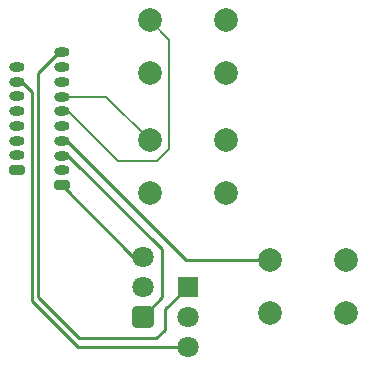
<source format=gbr>
%TF.GenerationSoftware,KiCad,Pcbnew,7.0.9*%
%TF.CreationDate,2023-12-18T23:10:00+09:00*%
%TF.ProjectId,ipad_osd_control,69706164-5f6f-4736-945f-636f6e74726f,1*%
%TF.SameCoordinates,Original*%
%TF.FileFunction,Copper,L1,Top*%
%TF.FilePolarity,Positive*%
%FSLAX46Y46*%
G04 Gerber Fmt 4.6, Leading zero omitted, Abs format (unit mm)*
G04 Created by KiCad (PCBNEW 7.0.9) date 2023-12-18 23:10:01*
%MOMM*%
%LPD*%
G01*
G04 APERTURE LIST*
G04 Aperture macros list*
%AMRoundRect*
0 Rectangle with rounded corners*
0 $1 Rounding radius*
0 $2 $3 $4 $5 $6 $7 $8 $9 X,Y pos of 4 corners*
0 Add a 4 corners polygon primitive as box body*
4,1,4,$2,$3,$4,$5,$6,$7,$8,$9,$2,$3,0*
0 Add four circle primitives for the rounded corners*
1,1,$1+$1,$2,$3*
1,1,$1+$1,$4,$5*
1,1,$1+$1,$6,$7*
1,1,$1+$1,$8,$9*
0 Add four rect primitives between the rounded corners*
20,1,$1+$1,$2,$3,$4,$5,0*
20,1,$1+$1,$4,$5,$6,$7,0*
20,1,$1+$1,$6,$7,$8,$9,0*
20,1,$1+$1,$8,$9,$2,$3,0*%
G04 Aperture macros list end*
%TA.AperFunction,ComponentPad*%
%ADD10C,2.000000*%
%TD*%
%TA.AperFunction,ComponentPad*%
%ADD11C,1.800000*%
%TD*%
%TA.AperFunction,ComponentPad*%
%ADD12R,1.800000X1.800000*%
%TD*%
%TA.AperFunction,ComponentPad*%
%ADD13O,1.300000X0.800000*%
%TD*%
%TA.AperFunction,ComponentPad*%
%ADD14RoundRect,0.200000X0.450000X-0.200000X0.450000X0.200000X-0.450000X0.200000X-0.450000X-0.200000X0*%
%TD*%
%TA.AperFunction,ComponentPad*%
%ADD15RoundRect,0.248400X0.651600X-0.651600X0.651600X0.651600X-0.651600X0.651600X-0.651600X-0.651600X0*%
%TD*%
%TA.AperFunction,Conductor*%
%ADD16C,0.250000*%
%TD*%
%TA.AperFunction,Conductor*%
%ADD17C,0.200000*%
%TD*%
G04 APERTURE END LIST*
D10*
%TO.P,SW2,2,2*%
%TO.N,/GND*%
X131520000Y-83530000D03*
X125020000Y-83530000D03*
%TO.P,SW2,1,1*%
%TO.N,/VOL+*%
X131520000Y-79030000D03*
X125020000Y-79030000D03*
%TD*%
%TO.P,SW3,1,1*%
%TO.N,/VOL-*%
X125020000Y-89190000D03*
X131520000Y-89190000D03*
%TO.P,SW3,2,2*%
%TO.N,/GND*%
X125020000Y-93690000D03*
X131520000Y-93690000D03*
%TD*%
%TO.P,SW1,1,1*%
%TO.N,/PWR*%
X135180000Y-99350000D03*
X141680000Y-99350000D03*
%TO.P,SW1,2,2*%
%TO.N,/GND*%
X135180000Y-103850000D03*
X141680000Y-103850000D03*
%TD*%
D11*
%TO.P,D1,3,A2*%
%TO.N,/LED_G*%
X128270000Y-106680000D03*
%TO.P,D1,2,K*%
%TO.N,/GND*%
X128270000Y-104140000D03*
D12*
%TO.P,D1,1,A1*%
%TO.N,/LED_R*%
X128270000Y-101600000D03*
%TD*%
D13*
%TO.P,J2,10,Pin_10*%
%TO.N,/LED_R*%
X117576600Y-81756900D03*
%TO.P,J2,9,Pin_9*%
%TO.N,/LED_G*%
X117576600Y-83006900D03*
%TO.P,J2,8,Pin_8*%
%TO.N,unconnected-(J2-Pin_8-Pad8)*%
X117576600Y-84256900D03*
%TO.P,J2,7,Pin_7*%
%TO.N,/VOL-*%
X117576600Y-85506900D03*
%TO.P,J2,6,Pin_6*%
%TO.N,/VOL+*%
X117576600Y-86756900D03*
%TO.P,J2,5,Pin_5*%
%TO.N,unconnected-(J2-Pin_5-Pad5)*%
X117576600Y-88006900D03*
%TO.P,J2,4,Pin_4*%
%TO.N,/PWR*%
X117576600Y-89256900D03*
%TO.P,J2,3,Pin_3*%
%TO.N,/IR*%
X117576600Y-90506900D03*
%TO.P,J2,2,Pin_2*%
%TO.N,/GND*%
X117576600Y-91756900D03*
D14*
%TO.P,J2,1,Pin_1*%
%TO.N,/VCC*%
X117576600Y-93006900D03*
%TD*%
D15*
%TO.P,U1,1,OUT*%
%TO.N,/IR*%
X124460000Y-104140000D03*
D11*
%TO.P,U1,2,GND*%
%TO.N,/GND*%
X124460000Y-101600000D03*
%TO.P,U1,3,Vs*%
%TO.N,/VCC*%
X124460000Y-99060000D03*
%TD*%
D14*
%TO.P,J1,1,Pin_1*%
%TO.N,/VCC*%
X113766600Y-91736900D03*
D13*
%TO.P,J1,2,Pin_2*%
%TO.N,/GND*%
X113766600Y-90486900D03*
%TO.P,J1,3,Pin_3*%
%TO.N,/IR*%
X113766600Y-89236900D03*
%TO.P,J1,4,Pin_4*%
%TO.N,/PWR*%
X113766600Y-87986900D03*
%TO.P,J1,5,Pin_5*%
%TO.N,/VOL+*%
X113766600Y-86736900D03*
%TO.P,J1,6,Pin_6*%
%TO.N,/VOL-*%
X113766600Y-85486900D03*
%TO.P,J1,7,Pin_7*%
%TO.N,/LED_G*%
X113766600Y-84236900D03*
%TO.P,J1,8,Pin_8*%
%TO.N,/LED_R*%
X113766600Y-82986900D03*
%TD*%
D16*
%TO.N,/LED_R*%
X126339600Y-103530400D02*
X128270000Y-101600000D01*
X126339600Y-105232200D02*
X126339600Y-103530400D01*
X119024400Y-105968800D02*
X125603000Y-105968800D01*
X117326600Y-81756900D02*
X115570000Y-83513500D01*
X115570000Y-102514400D02*
X119024400Y-105968800D01*
X117576600Y-81756900D02*
X117326600Y-81756900D01*
X115570000Y-83513500D02*
X115570000Y-102514400D01*
X125603000Y-105968800D02*
X126339600Y-105232200D01*
%TO.N,/IR*%
X118142100Y-90506900D02*
X117576600Y-90506900D01*
X126085600Y-98450400D02*
X118142100Y-90506900D01*
X124460000Y-104140000D02*
X126085600Y-102514400D01*
X126085600Y-102514400D02*
X126085600Y-98450400D01*
%TO.N,/PWR*%
X128102800Y-99350000D02*
X135180000Y-99350000D01*
X118009700Y-89256900D02*
X128102800Y-99350000D01*
X117576600Y-89256900D02*
X118009700Y-89256900D01*
%TO.N,/LED_G*%
X115062000Y-85090000D02*
X114208900Y-84236900D01*
X114208900Y-84236900D02*
X113766600Y-84236900D01*
X118922800Y-106680000D02*
X115062000Y-102819200D01*
X115062000Y-102819200D02*
X115062000Y-85090000D01*
X128270000Y-106680000D02*
X118922800Y-106680000D01*
D17*
%TO.N,/VOL+*%
X126695200Y-80705200D02*
X125020000Y-79030000D01*
X126695200Y-89916000D02*
X126695200Y-80705200D01*
X122326400Y-90982800D02*
X125628400Y-90982800D01*
X125628400Y-90982800D02*
X126695200Y-89916000D01*
X118100500Y-86756900D02*
X122326400Y-90982800D01*
X117576600Y-86756900D02*
X118100500Y-86756900D01*
%TO.N,/VOL-*%
X117576600Y-85506900D02*
X121336900Y-85506900D01*
X121336900Y-85506900D02*
X125020000Y-89190000D01*
D16*
%TO.N,/VCC*%
X123629700Y-99060000D02*
X117576600Y-93006900D01*
X124460000Y-99060000D02*
X123629700Y-99060000D01*
D17*
%TO.N,/VOL+*%
X113766600Y-86736900D02*
X113338600Y-86736900D01*
D16*
%TO.N,/IR*%
X113766600Y-89236900D02*
X113218600Y-89236900D01*
%TD*%
M02*

</source>
